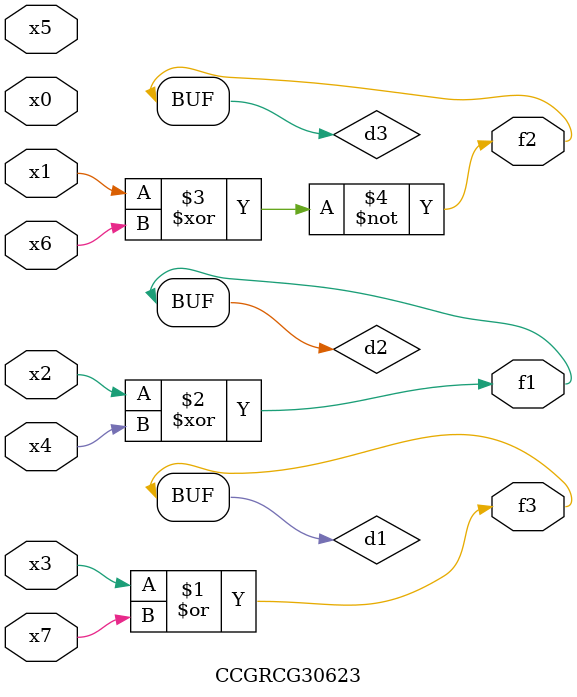
<source format=v>
module CCGRCG30623(
	input x0, x1, x2, x3, x4, x5, x6, x7,
	output f1, f2, f3
);

	wire d1, d2, d3;

	or (d1, x3, x7);
	xor (d2, x2, x4);
	xnor (d3, x1, x6);
	assign f1 = d2;
	assign f2 = d3;
	assign f3 = d1;
endmodule

</source>
